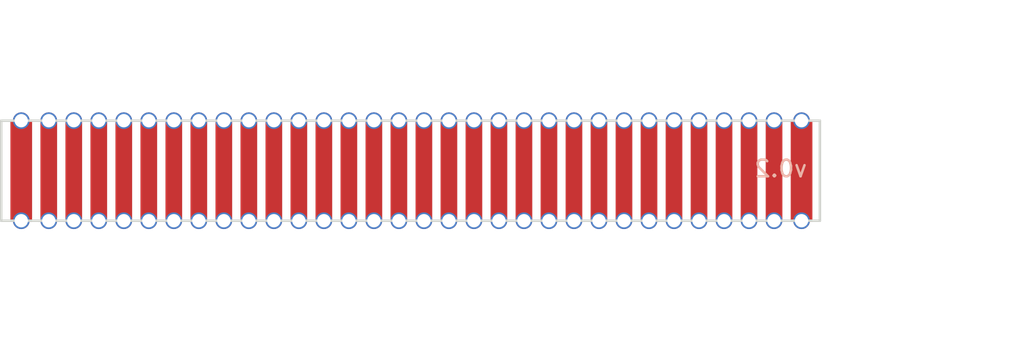
<source format=kicad_pcb>
(kicad_pcb (version 20211014) (generator pcbnew)
  (layers (0 "F.Cu" signal) (31 "B.Cu" signal) (34 "B.Paste" user) (35 "F.Paste" user) (36 "B.SilkS" user "B.Silkscreen") (37 "F.SilkS" user "F.Silkscreen") (38 "B.Mask" user) (39 "F.Mask" user) (44 "Edge.Cuts" user))
  (net 0 "")
  (footprint "" (layer "F.Cu") (at 96.3 67.15)
    (fp_text reference "" (at 0 0) (layer "F.SilkS") (effects (font (size 1.27 1.27))))
    (fp_text value "" (at 0 0) (layer "F.SilkS") (effects (font (size 1.27 1.27))))
    (pad "14" connect rect locked (at 0 0 90) (size 6 1) (layers "F.Cu" "F.Mask"))
  )
  (footprint "" (layer "F.Cu") (at 111.3 67.15)
    (fp_text reference "" (at 0 0) (layer "F.SilkS") (effects (font (size 1.27 1.27))))
    (fp_text value "" (at 0 0) (layer "F.SilkS") (effects (font (size 1.27 1.27))))
    (pad "24" connect rect locked (at 0 0 90) (size 6 1) (layers "F.Cu" "F.Mask"))
  )
  (footprint "" (layer "F.Cu") (at 82.8 67.15)
    (fp_text reference "" (at 0 0) (layer "F.SilkS") (effects (font (size 1.27 1.27))))
    (fp_text value "" (at 0 0) (layer "F.SilkS") (effects (font (size 1.27 1.27))))
    (pad "5" connect rect locked (at 0 0 90) (size 6 1) (layers "F.Cu" "F.Mask"))
  )
  (footprint "" (layer "F.Cu") (at 87.3 67.15)
    (fp_text reference "" (at 0 0) (layer "F.SilkS") (effects (font (size 1.27 1.27))))
    (fp_text value "" (at 0 0) (layer "F.SilkS") (effects (font (size 1.27 1.27))))
    (pad "8" connect rect locked (at 0 0 90) (size 6 1) (layers "F.Cu" "F.Mask"))
  )
  (footprint "" (layer "F.Cu") (at 117.3 67.15)
    (fp_text reference "" (at 0 0) (layer "F.SilkS") (effects (font (size 1.27 1.27))))
    (fp_text value "" (at 0 0) (layer "F.SilkS") (effects (font (size 1.27 1.27))))
    (pad "28" connect rect locked (at 0 0 90) (size 6 1) (layers "F.Cu" "F.Mask"))
  )
  (footprint "" (layer "F.Cu") (at 78.3 67.15)
    (fp_text reference "" (at 0 0) (layer "F.SilkS") (effects (font (size 1.27 1.27))))
    (fp_text value "" (at 0 0) (layer "F.SilkS") (effects (font (size 1.27 1.27))))
    (pad "2" connect rect locked (at 0 0 90) (size 6 1) (layers "F.Cu" "F.Mask"))
  )
  (footprint "" (layer "F.Cu") (at 79.8 67.15)
    (fp_text reference "" (at 0 0) (layer "F.SilkS") (effects (font (size 1.27 1.27))))
    (fp_text value "" (at 0 0) (layer "F.SilkS") (effects (font (size 1.27 1.27))))
    (pad "3" connect rect locked (at 0 0 90) (size 6 1) (layers "F.Cu" "F.Mask"))
  )
  (footprint "" (layer "F.Cu") (at 108.3 67.15)
    (fp_text reference "" (at 0 0) (layer "F.SilkS") (effects (font (size 1.27 1.27))))
    (fp_text value "" (at 0 0) (layer "F.SilkS") (effects (font (size 1.27 1.27))))
    (pad "22" connect rect locked (at 0 0 90) (size 6 1) (layers "F.Cu" "F.Mask"))
  )
  (footprint "" (layer "F.Cu") (at 106.8 67.15)
    (fp_text reference "" (at 0 0) (layer "F.SilkS") (effects (font (size 1.27 1.27))))
    (fp_text value "" (at 0 0) (layer "F.SilkS") (effects (font (size 1.27 1.27))))
    (pad "21" connect rect locked (at 0 0 90) (size 6 1) (layers "F.Cu" "F.Mask"))
  )
  (footprint "" (layer "F.Cu") (at 112.8 67.15)
    (fp_text reference "" (at 0 0) (layer "F.SilkS") (effects (font (size 1.27 1.27))))
    (fp_text value "" (at 0 0) (layer "F.SilkS") (effects (font (size 1.27 1.27))))
    (pad "25" connect rect locked (at 0 0 90) (size 6 1) (layers "F.Cu" "F.Mask"))
  )
  (footprint "" (layer "F.Cu") (at 84.3 67.15)
    (fp_text reference "" (at 0 0) (layer "F.SilkS") (effects (font (size 1.27 1.27))))
    (fp_text value "" (at 0 0) (layer "F.SilkS") (effects (font (size 1.27 1.27))))
    (pad "6" connect rect locked (at 0 0 90) (size 6 1) (layers "F.Cu" "F.Mask"))
  )
  (footprint "" (layer "F.Cu") (at 90.3 67.15)
    (fp_text reference "" (at 0 0) (layer "F.SilkS") (effects (font (size 1.27 1.27))))
    (fp_text value "" (at 0 0) (layer "F.SilkS") (effects (font (size 1.27 1.27))))
    (pad "10" connect rect locked (at 0 0 90) (size 6 1) (layers "F.Cu" "F.Mask"))
  )
  (footprint "" (layer "F.Cu") (at 100.8 67.15)
    (fp_text reference "" (at 0 0) (layer "F.SilkS") (effects (font (size 1.27 1.27))))
    (fp_text value "" (at 0 0) (layer "F.SilkS") (effects (font (size 1.27 1.27))))
    (pad "17" connect rect locked (at 0 0 90) (size 6 1) (layers "F.Cu" "F.Mask"))
  )
  (footprint "" (layer "F.Cu") (at 109.8 67.15)
    (fp_text reference "" (at 0 0) (layer "F.SilkS") (effects (font (size 1.27 1.27))))
    (fp_text value "" (at 0 0) (layer "F.SilkS") (effects (font (size 1.27 1.27))))
    (pad "23" connect rect locked (at 0 0 90) (size 6 1) (layers "F.Cu" "F.Mask"))
  )
  (footprint "" (layer "F.Cu") (at 102.3 67.15)
    (fp_text reference "" (at 0 0) (layer "F.SilkS") (effects (font (size 1.27 1.27))))
    (fp_text value "" (at 0 0) (layer "F.SilkS") (effects (font (size 1.27 1.27))))
    (pad "18" connect rect locked (at 0 0 90) (size 6 1) (layers "F.Cu" "F.Mask"))
  )
  (footprint "" (layer "F.Cu") (at 76.65 67.15)
    (fp_text reference "" (at 0 0) (layer "F.SilkS") (effects (font (size 1.27 1.27))))
    (fp_text value "" (at 0 0) (layer "F.SilkS") (effects (font (size 1.27 1.27))))
    (pad "1" connect rect locked (at 0 0 90) (size 6 1.3) (layers "F.Cu" "F.Mask"))
  )
  (footprint "" (layer "F.Cu") (at 81.3 67.15)
    (fp_text reference "" (at 0 0) (layer "F.SilkS") (effects (font (size 1.27 1.27))))
    (fp_text value "" (at 0 0) (layer "F.SilkS") (effects (font (size 1.27 1.27))))
    (pad "4" connect rect locked (at 0 0 90) (size 6 1) (layers "F.Cu" "F.Mask"))
  )
  (footprint "" (layer "F.Cu") (at 114.3 67.15)
    (fp_text reference "" (at 0 0) (layer "F.SilkS") (effects (font (size 1.27 1.27))))
    (fp_text value "" (at 0 0) (layer "F.SilkS") (effects (font (size 1.27 1.27))))
    (pad "26" connect rect locked (at 0 0 90) (size 6 1) (layers "F.Cu" "F.Mask"))
  )
  (footprint "" (layer "F.Cu") (at 123.45 67.15)
    (fp_text reference "" (at 0 0) (layer "F.SilkS") (effects (font (size 1.27 1.27))))
    (fp_text value "" (at 0 0) (layer "F.SilkS") (effects (font (size 1.27 1.27))))
    (pad "32" connect rect locked (at 0 0 90) (size 6 1.3) (layers "F.Cu" "F.Mask"))
  )
  (footprint "" (layer "F.Cu") (at 93.3 67.15)
    (fp_text reference "" (at 0 0) (layer "F.SilkS") (effects (font (size 1.27 1.27))))
    (fp_text value "" (at 0 0) (layer "F.SilkS") (effects (font (size 1.27 1.27))))
    (pad "12" connect rect locked (at 0 0 90) (size 6 1) (layers "F.Cu" "F.Mask"))
  )
  (footprint "" (layer "F.Cu") (at 118.8 67.15)
    (fp_text reference "" (at 0 0) (layer "F.SilkS") (effects (font (size 1.27 1.27))))
    (fp_text value "" (at 0 0) (layer "F.SilkS") (effects (font (size 1.27 1.27))))
    (pad "29" connect rect locked (at 0 0 90) (size 6 1) (layers "F.Cu" "F.Mask"))
  )
  (footprint "" (layer "F.Cu") (at 97.8 67.15)
    (fp_text reference "" (at 0 0) (layer "F.SilkS") (effects (font (size 1.27 1.27))))
    (fp_text value "" (at 0 0) (layer "F.SilkS") (effects (font (size 1.27 1.27))))
    (pad "15" connect rect locked (at 0 0 90) (size 6 1) (layers "F.Cu" "F.Mask"))
  )
  (footprint "" (layer "F.Cu") (at 103.8 67.15)
    (fp_text reference "" (at 0 0) (layer "F.SilkS") (effects (font (size 1.27 1.27))))
    (fp_text value "" (at 0 0) (layer "F.SilkS") (effects (font (size 1.27 1.27))))
    (pad "19" connect rect locked (at 0 0 90) (size 6 1) (layers "F.Cu" "F.Mask"))
  )
  (footprint "" (layer "F.Cu") (at 91.8 67.15)
    (fp_text reference "" (at 0 0) (layer "F.SilkS") (effects (font (size 1.27 1.27))))
    (fp_text value "" (at 0 0) (layer "F.SilkS") (effects (font (size 1.27 1.27))))
    (pad "11" connect rect locked (at 0 0 90) (size 6 1) (layers "F.Cu" "F.Mask"))
  )
  (footprint "" (layer "F.Cu") (at 88.8 67.15)
    (fp_text reference "" (at 0 0) (layer "F.SilkS") (effects (font (size 1.27 1.27))))
    (fp_text value "" (at 0 0) (layer "F.SilkS") (effects (font (size 1.27 1.27))))
    (pad "9" connect rect locked (at 0 0 90) (size 6 1) (layers "F.Cu" "F.Mask"))
  )
  (footprint "" (layer "F.Cu") (at 105.3 67.15)
    (fp_text reference "" (at 0 0) (layer "F.SilkS") (effects (font (size 1.27 1.27))))
    (fp_text value "" (at 0 0) (layer "F.SilkS") (effects (font (size 1.27 1.27))))
    (pad "20" connect rect locked (at 0 0 90) (size 6 1) (layers "F.Cu" "F.Mask"))
  )
  (footprint "" (layer "F.Cu") (at 121.8 67.15)
    (fp_text reference "" (at 0 0) (layer "F.SilkS") (effects (font (size 1.27 1.27))))
    (fp_text value "" (at 0 0) (layer "F.SilkS") (effects (font (size 1.27 1.27))))
    (pad "31" connect rect locked (at 0 0 90) (size 6 1) (layers "F.Cu" "F.Mask"))
  )
  (footprint "" (layer "F.Cu") (at 120.3 67.15)
    (fp_text reference "" (at 0 0) (layer "F.SilkS") (effects (font (size 1.27 1.27))))
    (fp_text value "" (at 0 0) (layer "F.SilkS") (effects (font (size 1.27 1.27))))
    (pad "30" connect rect locked (at 0 0 90) (size 6 1) (layers "F.Cu" "F.Mask"))
  )
  (footprint "" (layer "F.Cu") (at 85.8 67.15)
    (fp_text reference "" (at 0 0) (layer "F.SilkS") (effects (font (size 1.27 1.27))))
    (fp_text value "" (at 0 0) (layer "F.SilkS") (effects (font (size 1.27 1.27))))
    (pad "7" connect rect locked (at 0 0 90) (size 6 1) (layers "F.Cu" "F.Mask"))
  )
  (footprint "" (layer "F.Cu") (at 99.3 67.15)
    (fp_text reference "" (at 0 0) (layer "F.SilkS") (effects (font (size 1.27 1.27))))
    (fp_text value "" (at 0 0) (layer "F.SilkS") (effects (font (size 1.27 1.27))))
    (pad "16" connect rect locked (at 0 0 90) (size 6 1) (layers "F.Cu" "F.Mask"))
  )
  (footprint "" (layer "F.Cu") (at 115.8 67.15)
    (fp_text reference "" (at 0 0) (layer "F.SilkS") (effects (font (size 1.27 1.27))))
    (fp_text value "" (at 0 0) (layer "F.SilkS") (effects (font (size 1.27 1.27))))
    (pad "27" connect rect locked (at 0 0 90) (size 6 1) (layers "F.Cu" "F.Mask"))
  )
  (footprint "" (layer "F.Cu") (at 94.8 67.15)
    (fp_text reference "" (at 0 0) (layer "F.SilkS") (effects (font (size 1.27 1.27))))
    (fp_text value "" (at 0 0) (layer "F.SilkS") (effects (font (size 1.27 1.27))))
    (pad "13" connect rect locked (at 0 0 90) (size 6 1) (layers "F.Cu" "F.Mask"))
  )
  (gr_line (start 75.45 64.15) (end 75.45 70.15) (layer "Edge.Cuts") (width 0.15))
  (gr_line (start 75.45 64.15) (end 124.55 64.15) (layer "Edge.Cuts") (width 0.15))
  (gr_line (start 124.55 64.15) (end 124.55 70.15) (layer "Edge.Cuts") (width 0.15))
  (gr_line (start 124.55 70.15) (end 75.45 70.15) (layer "Edge.Cuts") (width 0.15))
  (gr_text "v0.2" (at 122.2 67.03) (layer "B.SilkS") (effects (font (size 1 1)) (justify mirror)))
  (via (at 103.8 64.15) (size 1) (drill 0.8) (layers "F.Cu" "B.Cu") (net 0))
  (via (at 120.3 70.15) (size 1) (drill 0.8) (layers "F.Cu" "B.Cu") (net 0))
  (via (at 99.3 70.15) (size 1) (drill 0.8) (layers "F.Cu" "B.Cu") (net 0))
  (via (at 102.3 64.15) (size 1) (drill 0.8) (layers "F.Cu" "B.Cu") (net 0))
  (via (at 82.8 64.15) (size 1) (drill 0.8) (layers "F.Cu" "B.Cu") (net 0))
  (via (at 93.3 64.15) (size 1) (drill 0.8) (layers "F.Cu" "B.Cu") (net 0))
  (via (at 109.8 64.15) (size 1) (drill 0.8) (layers "F.Cu" "B.Cu") (net 0))
  (via (at 78.3 64.15) (size 1) (drill 0.8) (layers "F.Cu" "B.Cu") (net 0))
  (via (at 76.65 70.15) (size 1) (drill 0.8) (layers "F.Cu" "B.Cu") (net 0))
  (via (at 112.8 64.15) (size 1) (drill 0.8) (layers "F.Cu" "B.Cu") (net 0))
  (via (at 87.3 70.15) (size 1) (drill 0.8) (layers "F.Cu" "B.Cu") (net 0))
  (via (at 109.8 70.15) (size 1) (drill 0.8) (layers "F.Cu" "B.Cu") (net 0))
  (via (at 105.3 64.15) (size 1) (drill 0.8) (layers "F.Cu" "B.Cu") (net 0))
  (via (at 105.3 70.15) (size 1) (drill 0.8) (layers "F.Cu" "B.Cu") (net 0))
  (via (at 100.8 64.15) (size 1) (drill 0.8) (layers "F.Cu" "B.Cu") (net 0))
  (via (at 82.8 70.15) (size 1) (drill 0.8) (layers "F.Cu" "B.Cu") (net 0))
  (via (at 97.8 70.15) (size 1) (drill 0.8) (layers "F.Cu" "B.Cu") (net 0))
  (via (at 76.65 64.15) (size 1) (drill 0.8) (layers "F.Cu" "B.Cu") (net 0))
  (via (at 81.3 64.15) (size 1) (drill 0.8) (layers "F.Cu" "B.Cu") (net 0))
  (via (at 102.3 70.15) (size 1) (drill 0.8) (layers "F.Cu" "B.Cu") (net 0))
  (via (at 87.3 64.15) (size 1) (drill 0.8) (layers "F.Cu" "B.Cu") (net 0))
  (via (at 94.8 64.15) (size 1) (drill 0.8) (layers "F.Cu" "B.Cu") (net 0))
  (via (at 96.3 64.15) (size 1) (drill 0.8) (layers "F.Cu" "B.Cu") (net 0))
  (via (at 94.8 70.15) (size 1) (drill 0.8) (layers "F.Cu" "B.Cu") (net 0))
  (via (at 88.8 70.15) (size 1) (drill 0.8) (layers "F.Cu" "B.Cu") (net 0))
  (via (at 111.3 70.15) (size 1) (drill 0.8) (layers "F.Cu" "B.Cu") (net 0))
  (via (at 117.3 64.15) (size 1) (drill 0.8) (layers "F.Cu" "B.Cu") (net 0))
  (via (at 121.8 64.15) (size 1) (drill 0.8) (layers "F.Cu" "B.Cu") (net 0))
  (via (at 96.3 70.15) (size 1) (drill 0.8) (layers "F.Cu" "B.Cu") (net 0))
  (via (at 79.8 70.15) (size 1) (drill 0.8) (layers "F.Cu" "B.Cu") (net 0))
  (via (at 115.8 70.15) (size 1) (drill 0.8) (layers "F.Cu" "B.Cu") (net 0))
  (via (at 117.3 70.15) (size 1) (drill 0.8) (layers "F.Cu" "B.Cu") (net 0))
  (via (at 114.3 70.15) (size 1) (drill 0.8) (layers "F.Cu" "B.Cu") (net 0))
  (via (at 81.3 70.15) (size 1) (drill 0.8) (layers "F.Cu" "B.Cu") (net 0))
  (via (at 85.8 64.15) (size 1) (drill 0.8) (layers "F.Cu" "B.Cu") (net 0))
  (via (at 84.3 70.15) (size 1) (drill 0.8) (layers "F.Cu" "B.Cu") (net 0))
  (via (at 111.3 64.15) (size 1) (drill 0.8) (layers "F.Cu" "B.Cu") (net 0))
  (via (at 90.3 70.15) (size 1) (drill 0.8) (layers "F.Cu" "B.Cu") (net 0))
  (via (at 99.3 64.15) (size 1) (drill 0.8) (layers "F.Cu" "B.Cu") (net 0))
  (via (at 97.8 64.15) (size 1) (drill 0.8) (layers "F.Cu" "B.Cu") (net 0))
  (via (at 79.8 64.15) (size 1) (drill 0.8) (layers "F.Cu" "B.Cu") (net 0))
  (via (at 106.8 70.15) (size 1) (drill 0.8) (layers "F.Cu" "B.Cu") (net 0))
  (via (at 123.45 70.15) (size 1) (drill 0.8) (layers "F.Cu" "B.Cu") (net 0))
  (via (at 114.3 64.15) (size 1) (drill 0.8) (layers "F.Cu" "B.Cu") (net 0))
  (via (at 103.8 70.15) (size 1) (drill 0.8) (layers "F.Cu" "B.Cu") (net 0))
  (via (at 115.8 64.15) (size 1) (drill 0.8) (layers "F.Cu" "B.Cu") (net 0))
  (via (at 88.8 64.15) (size 1) (drill 0.8) (layers "F.Cu" "B.Cu") (net 0))
  (via (at 84.3 64.15) (size 1) (drill 0.8) (layers "F.Cu" "B.Cu") (net 0))
  (via (at 93.3 70.15) (size 1) (drill 0.8) (layers "F.Cu" "B.Cu") (net 0))
  (via (at 120.3 64.15) (size 1) (drill 0.8) (layers "F.Cu" "B.Cu") (net 0))
  (via (at 118.8 70.15) (size 1) (drill 0.8) (layers "F.Cu" "B.Cu") (net 0))
  (via (at 90.3 64.15) (size 1) (drill 0.8) (layers "F.Cu" "B.Cu") (net 0))
  (via (at 112.8 70.15) (size 1) (drill 0.8) (layers "F.Cu" "B.Cu") (net 0))
  (via (at 123.45 64.15) (size 1) (drill 0.8) (layers "F.Cu" "B.Cu") (net 0))
  (via (at 100.8 70.15) (size 1) (drill 0.8) (layers "F.Cu" "B.Cu") (net 0))
  (via (at 121.8 70.15) (size 1) (drill 0.8) (layers "F.Cu" "B.Cu") (net 0))
  (via (at 108.3 64.15) (size 1) (drill 0.8) (layers "F.Cu" "B.Cu") (net 0))
  (via (at 118.8 64.15) (size 1) (drill 0.8) (layers "F.Cu" "B.Cu") (net 0))
  (via (at 78.3 70.15) (size 1) (drill 0.8) (layers "F.Cu" "B.Cu") (net 0))
  (via (at 106.8 64.15) (size 1) (drill 0.8) (layers "F.Cu" "B.Cu") (net 0))
  (via (at 91.8 70.15) (size 1) (drill 0.8) (layers "F.Cu" "B.Cu") (net 0))
  (via (at 85.8 70.15) (size 1) (drill 0.8) (layers "F.Cu" "B.Cu") (net 0))
  (via (at 91.8 64.15) (size 1) (drill 0.8) (layers "F.Cu" "B.Cu") (net 0))
  (via (at 108.3 70.15) (size 1) (drill 0.8) (layers "F.Cu" "B.Cu") (net 0))
)
</source>
